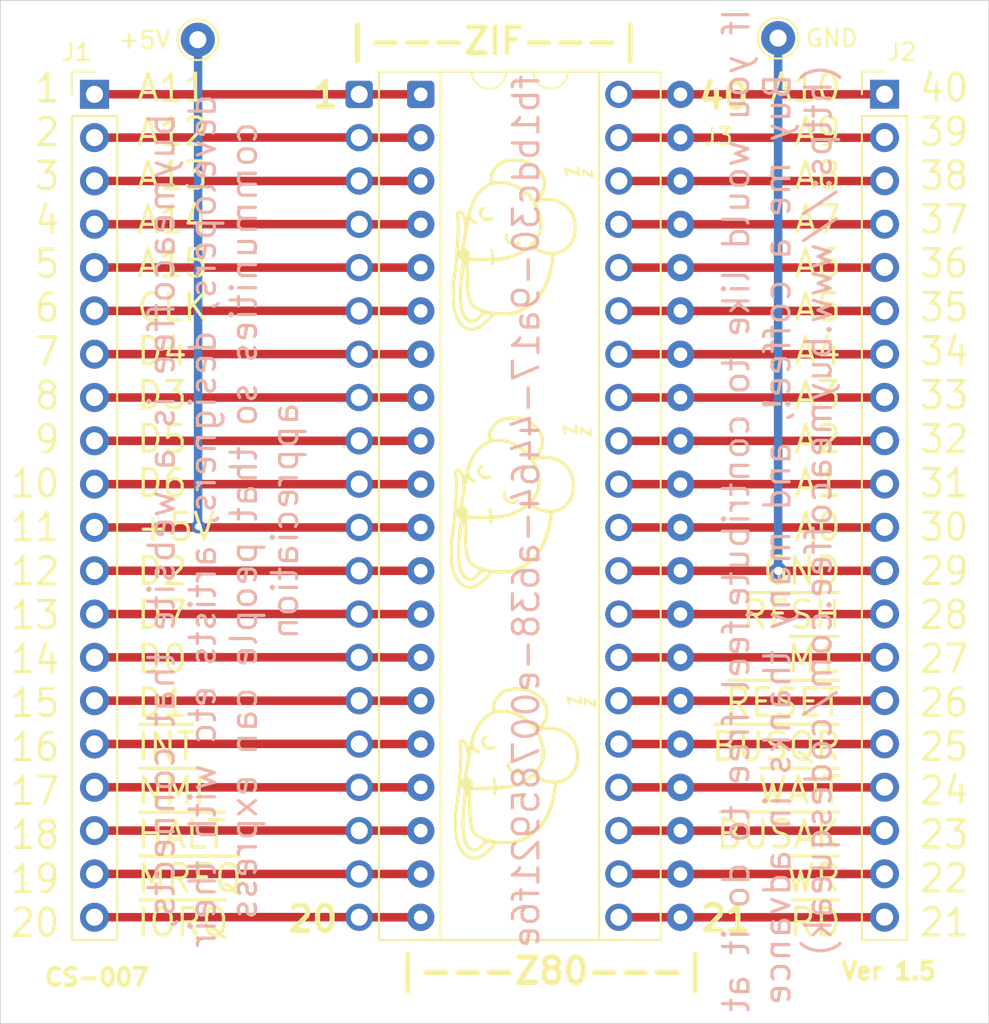
<source format=kicad_pcb>
(kicad_pcb (version 20241229) (generator "pcbnew") (generator_version "9.0")
  (title_block (title "Z80 Breakout Board - Kicad9") (date "2025-04-26") (rev "1.5"))
  (layers (0 "F.Cu" signal) (2 "B.Cu" signal) (13 "F.Paste" user) (15 "B.Paste" user) (5 "F.SilkS" user "F.Silkscreen") (7 "B.SilkS" user "B.Silkscreen") (1 "F.Mask" user) (3 "B.Mask" user) (25 "Edge.Cuts" user))
  (net 0 "")
  (net 1 "A11")
  (net 2 "A12")
  (net 3 "A13")
  (net 4 "A14")
  (net 5 "A15")
  (net 6 "~CLK")
  (net 7 "D4")
  (net 8 "VCC")
  (net 9 "GND")
  (net 10 "D3")
  (net 11 "D5")
  (net 12 "D6")
  (net 13 "D2")
  (net 14 "D7")
  (net 15 "D14")
  (net 16 "D15")
  (net 17 "~INT")
  (net 18 "~NMI")
  (net 19 "~HALT")
  (net 20 "~MREQ")
  (net 21 "~IORQ")
  (net 22 "A10")
  (net 23 "A9")
  (net 24 "A8")
  (net 25 "A7")
  (net 26 "A6")
  (net 27 "A5")
  (net 28 "A4")
  (net 29 "A3")
  (net 30 "A2")
  (net 31 "A1")
  (net 32 "A0")
  (net 33 "~RFSH")
  (net 34 "~M1")
  (net 35 "~RESET")
  (net 36 "~BUSRQ")
  (net 37 "~WAIT")
  (net 38 "~BUSACK")
  (net 39 "~WR")
  (net 40 "~RD")
  (footprint "Connector_PinHeader_2.54mm:PinHeader_1x20_P2.54mm_Vertical" (layer "F.Cu") (at 115.520933 56.50525)
    (property "Reference" "J1" (at -1.056969 -2.459594 0) (layer "F.SilkS"))
    (property "Value" "Pin1:20")
    (pad "1" thru_hole rect (at 0 0) (size 1.7 1.7) (drill 1) (layers "*.Cu" "*.Mask") (net 1 "A11"))
    (pad "2" thru_hole oval (at 0 2.54) (size 1.7 1.7) (drill 1) (layers "*.Cu" "*.Mask") (net 2 "A12"))
    (pad "3" thru_hole oval (at 0 5.08) (size 1.7 1.7) (drill 1) (layers "*.Cu" "*.Mask") (net 3 "A13"))
    (pad "4" thru_hole oval (at 0 7.62) (size 1.7 1.7) (drill 1) (layers "*.Cu" "*.Mask") (net 4 "A14"))
    (pad "5" thru_hole oval (at 0 10.16) (size 1.7 1.7) (drill 1) (layers "*.Cu" "*.Mask") (net 5 "A15"))
    (pad "6" thru_hole oval (at 0 12.7) (size 1.7 1.7) (drill 1) (layers "*.Cu" "*.Mask") (net 6 "~CLK"))
    (pad "7" thru_hole oval (at 0 15.24) (size 1.7 1.7) (drill 1) (layers "*.Cu" "*.Mask") (net 7 "D4"))
    (pad "8" thru_hole oval (at 0 17.78) (size 1.7 1.7) (drill 1) (layers "*.Cu" "*.Mask") (net 10 "D3"))
    (pad "9" thru_hole oval (at 0 20.32) (size 1.7 1.7) (drill 1) (layers "*.Cu" "*.Mask") (net 11 "D5"))
    (pad "10" thru_hole oval (at 0 22.86) (size 1.7 1.7) (drill 1) (layers "*.Cu" "*.Mask") (net 12 "D6"))
    (pad "11" thru_hole oval (at 0 25.4) (size 1.7 1.7) (drill 1) (layers "*.Cu" "*.Mask") (net 8 "VCC"))
    (pad "12" thru_hole oval (at 0 27.94) (size 1.7 1.7) (drill 1) (layers "*.Cu" "*.Mask") (net 13 "D2"))
    (pad "13" thru_hole oval (at 0 30.48) (size 1.7 1.7) (drill 1) (layers "*.Cu" "*.Mask") (net 14 "D7"))
    (pad "14" thru_hole oval (at 0 33.02) (size 1.7 1.7) (drill 1) (layers "*.Cu" "*.Mask") (net 15 "D14"))
    (pad "15" thru_hole oval (at 0 35.56) (size 1.7 1.7) (drill 1) (layers "*.Cu" "*.Mask") (net 16 "D15"))
    (pad "16" thru_hole oval (at 0 38.1) (size 1.7 1.7) (drill 1) (layers "*.Cu" "*.Mask") (net 17 "~INT"))
    (pad "17" thru_hole oval (at 0 40.64) (size 1.7 1.7) (drill 1) (layers "*.Cu" "*.Mask") (net 18 "~NMI"))
    (pad "18" thru_hole oval (at 0 43.18) (size 1.7 1.7) (drill 1) (layers "*.Cu" "*.Mask") (net 19 "~HALT"))
    (pad "19" thru_hole oval (at 0 45.72) (size 1.7 1.7) (drill 1) (layers "*.Cu" "*.Mask") (net 20 "~MREQ"))
    (pad "20" thru_hole oval (at 0 48.26) (size 1.7 1.7) (drill 1) (layers "*.Cu" "*.Mask") (net 21 "~IORQ"))
  )
  (footprint "Package_DIP:DIP-40_W15.24mm" (layer "F.Cu") (at 134.666902 56.509044)
    (property "Reference" "J3" (at 17.452685 2.475725 0) (layer "F.SilkS"))
    (property "Value" "Host Z80")
    (pad "1" thru_hole roundrect (at 0 0) (size 1.6 1.6) (drill 0.8) (layers "*.Cu" "*.Mask") (roundrect_rratio 0.15625) (net 1 "A11"))
    (pad "2" thru_hole circle (at 0 2.54) (size 1.6 1.6) (drill 0.8) (layers "*.Cu" "*.Mask") (net 2 "A12"))
    (pad "3" thru_hole circle (at 0 5.08) (size 1.6 1.6) (drill 0.8) (layers "*.Cu" "*.Mask") (net 3 "A13"))
    (pad "4" thru_hole circle (at 0 7.62) (size 1.6 1.6) (drill 0.8) (layers "*.Cu" "*.Mask") (net 4 "A14"))
    (pad "5" thru_hole circle (at 0 10.16) (size 1.6 1.6) (drill 0.8) (layers "*.Cu" "*.Mask") (net 5 "A15"))
    (pad "6" thru_hole circle (at 0 12.7) (size 1.6 1.6) (drill 0.8) (layers "*.Cu" "*.Mask") (net 6 "~CLK"))
    (pad "7" thru_hole circle (at 0 15.24) (size 1.6 1.6) (drill 0.8) (layers "*.Cu" "*.Mask") (net 7 "D4"))
    (pad "8" thru_hole circle (at 0 17.78) (size 1.6 1.6) (drill 0.8) (layers "*.Cu" "*.Mask") (net 10 "D3"))
    (pad "9" thru_hole circle (at 0 20.32) (size 1.6 1.6) (drill 0.8) (layers "*.Cu" "*.Mask") (net 11 "D5"))
    (pad "10" thru_hole circle (at 0 22.86) (size 1.6 1.6) (drill 0.8) (layers "*.Cu" "*.Mask") (net 12 "D6"))
    (pad "11" thru_hole circle (at 0 25.4) (size 1.6 1.6) (drill 0.8) (layers "*.Cu" "*.Mask") (net 8 "VCC"))
    (pad "12" thru_hole circle (at 0 27.94) (size 1.6 1.6) (drill 0.8) (layers "*.Cu" "*.Mask") (net 13 "D2"))
    (pad "13" thru_hole circle (at 0 30.48) (size 1.6 1.6) (drill 0.8) (layers "*.Cu" "*.Mask") (net 14 "D7"))
    (pad "14" thru_hole circle (at 0 33.02) (size 1.6 1.6) (drill 0.8) (layers "*.Cu" "*.Mask") (net 15 "D14"))
    (pad "15" thru_hole circle (at 0 35.56) (size 1.6 1.6) (drill 0.8) (layers "*.Cu" "*.Mask") (net 16 "D15"))
    (pad "16" thru_hole circle (at 0 38.1) (size 1.6 1.6) (drill 0.8) (layers "*.Cu" "*.Mask") (net 17 "~INT"))
    (pad "17" thru_hole circle (at 0 40.64) (size 1.6 1.6) (drill 0.8) (layers "*.Cu" "*.Mask") (net 18 "~NMI"))
    (pad "18" thru_hole circle (at 0 43.18) (size 1.6 1.6) (drill 0.8) (layers "*.Cu" "*.Mask") (net 19 "~HALT"))
    (pad "19" thru_hole circle (at 0 45.72) (size 1.6 1.6) (drill 0.8) (layers "*.Cu" "*.Mask") (net 20 "~MREQ"))
    (pad "20" thru_hole circle (at 0 48.26) (size 1.6 1.6) (drill 0.8) (layers "*.Cu" "*.Mask") (net 21 "~IORQ"))
    (pad "21" thru_hole circle (at 15.24 48.26) (size 1.6 1.6) (drill 0.8) (layers "*.Cu" "*.Mask") (net 40 "~RD"))
    (pad "22" thru_hole circle (at 15.24 45.72) (size 1.6 1.6) (drill 0.8) (layers "*.Cu" "*.Mask") (net 39 "~WR"))
    (pad "23" thru_hole circle (at 15.24 43.18) (size 1.6 1.6) (drill 0.8) (layers "*.Cu" "*.Mask") (net 38 "~BUSACK"))
    (pad "24" thru_hole circle (at 15.24 40.64) (size 1.6 1.6) (drill 0.8) (layers "*.Cu" "*.Mask") (net 37 "~WAIT"))
    (pad "25" thru_hole circle (at 15.24 38.1) (size 1.6 1.6) (drill 0.8) (layers "*.Cu" "*.Mask") (net 36 "~BUSRQ"))
    (pad "26" thru_hole circle (at 15.24 35.56) (size 1.6 1.6) (drill 0.8) (layers "*.Cu" "*.Mask") (net 35 "~RESET"))
    (pad "27" thru_hole circle (at 15.24 33.02) (size 1.6 1.6) (drill 0.8) (layers "*.Cu" "*.Mask") (net 34 "~M1"))
    (pad "28" thru_hole circle (at 15.24 30.48) (size 1.6 1.6) (drill 0.8) (layers "*.Cu" "*.Mask") (net 33 "~RFSH"))
    (pad "29" thru_hole circle (at 15.24 27.94) (size 1.6 1.6) (drill 0.8) (layers "*.Cu" "*.Mask") (net 9 "GND"))
    (pad "30" thru_hole circle (at 15.24 25.4) (size 1.6 1.6) (drill 0.8) (layers "*.Cu" "*.Mask") (net 32 "A0"))
    (pad "31" thru_hole circle (at 15.24 22.86) (size 1.6 1.6) (drill 0.8) (layers "*.Cu" "*.Mask") (net 31 "A1"))
    (pad "32" thru_hole circle (at 15.24 20.32) (size 1.6 1.6) (drill 0.8) (layers "*.Cu" "*.Mask") (net 30 "A2"))
    (pad "33" thru_hole circle (at 15.24 17.78) (size 1.6 1.6) (drill 0.8) (layers "*.Cu" "*.Mask") (net 29 "A3"))
    (pad "34" thru_hole circle (at 15.24 15.24) (size 1.6 1.6) (drill 0.8) (layers "*.Cu" "*.Mask") (net 28 "A4"))
    (pad "35" thru_hole circle (at 15.24 12.7) (size 1.6 1.6) (drill 0.8) (layers "*.Cu" "*.Mask") (net 27 "A5"))
    (pad "36" thru_hole circle (at 15.24 10.16) (size 1.6 1.6) (drill 0.8) (layers "*.Cu" "*.Mask") (net 26 "A6"))
    (pad "37" thru_hole circle (at 15.24 7.62) (size 1.6 1.6) (drill 0.8) (layers "*.Cu" "*.Mask") (net 25 "A7"))
    (pad "38" thru_hole circle (at 15.24 5.08) (size 1.6 1.6) (drill 0.8) (layers "*.Cu" "*.Mask") (net 24 "A8"))
    (pad "39" thru_hole circle (at 15.24 2.54) (size 1.6 1.6) (drill 0.8) (layers "*.Cu" "*.Mask") (net 23 "A9"))
    (pad "40" thru_hole circle (at 15.24 0) (size 1.6 1.6) (drill 0.8) (layers "*.Cu" "*.Mask") (net 22 "A10"))
  )
  (footprint "80bus:sleepymouse_very_very_small" (layer "F.Cu") (at 140.734198 96.369357 -90)
    (property "Reference" "G1" (hide yes))
    (property "Value" "LOGO" (hide yes))
  )
  (footprint "Connector_PinHeader_2.54mm:PinHeader_1x20_P2.54mm_Vertical" (layer "F.Cu") (at 161.88514 56.5)
    (property "Reference" "J2" (at 1.01877 -2.476107 0) (layer "F.SilkS"))
    (property "Value" "Pin21:40")
    (pad "1" thru_hole rect (at 0 0) (size 1.7 1.7) (drill 1) (layers "*.Cu" "*.Mask") (net 22 "A10"))
    (pad "2" thru_hole oval (at 0 2.54) (size 1.7 1.7) (drill 1) (layers "*.Cu" "*.Mask") (net 23 "A9"))
    (pad "3" thru_hole oval (at 0 5.08) (size 1.7 1.7) (drill 1) (layers "*.Cu" "*.Mask") (net 24 "A8"))
    (pad "4" thru_hole oval (at 0 7.62) (size 1.7 1.7) (drill 1) (layers "*.Cu" "*.Mask") (net 25 "A7"))
    (pad "5" thru_hole oval (at 0 10.16) (size 1.7 1.7) (drill 1) (layers "*.Cu" "*.Mask") (net 26 "A6"))
    (pad "6" thru_hole oval (at 0 12.7) (size 1.7 1.7) (drill 1) (layers "*.Cu" "*.Mask") (net 27 "A5"))
    (pad "7" thru_hole oval (at 0 15.24) (size 1.7 1.7) (drill 1) (layers "*.Cu" "*.Mask") (net 28 "A4"))
    (pad "8" thru_hole oval (at 0 17.78) (size 1.7 1.7) (drill 1) (layers "*.Cu" "*.Mask") (net 29 "A3"))
    (pad "9" thru_hole oval (at 0 20.32) (size 1.7 1.7) (drill 1) (layers "*.Cu" "*.Mask") (net 30 "A2"))
    (pad "10" thru_hole oval (at 0 22.86) (size 1.7 1.7) (drill 1) (layers "*.Cu" "*.Mask") (net 31 "A1"))
    (pad "11" thru_hole oval (at 0 25.4) (size 1.7 1.7) (drill 1) (layers "*.Cu" "*.Mask") (net 32 "A0"))
    (pad "12" thru_hole oval (at 0 27.94) (size 1.7 1.7) (drill 1) (layers "*.Cu" "*.Mask") (net 9 "GND"))
    (pad "13" thru_hole oval (at 0 30.48) (size 1.7 1.7) (drill 1) (layers "*.Cu" "*.Mask") (net 33 "~RFSH"))
    (pad "14" thru_hole oval (at 0 33.02) (size 1.7 1.7) (drill 1) (layers "*.Cu" "*.Mask") (net 34 "~M1"))
    (pad "15" thru_hole oval (at 0 35.56) (size 1.7 1.7) (drill 1) (layers "*.Cu" "*.Mask") (net 35 "~RESET"))
    (pad "16" thru_hole oval (at 0 38.1) (size 1.7 1.7) (drill 1) (layers "*.Cu" "*.Mask") (net 36 "~BUSRQ"))
    (pad "17" thru_hole oval (at 0 40.64) (size 1.7 1.7) (drill 1) (layers "*.Cu" "*.Mask") (net 37 "~WAIT"))
    (pad "18" thru_hole oval (at 0 43.18) (size 1.7 1.7) (drill 1) (layers "*.Cu" "*.Mask") (net 38 "~BUSACK"))
    (pad "19" thru_hole oval (at 0 45.72) (size 1.7 1.7) (drill 1) (layers "*.Cu" "*.Mask") (net 39 "~WR"))
    (pad "20" thru_hole oval (at 0 48.26) (size 1.7 1.7) (drill 1) (layers "*.Cu" "*.Mask") (net 40 "~RD"))
  )
  (footprint "TestPoint:TestPoint_THTPad_D2.0mm_Drill1.0mm" (layer "F.Cu") (at 121.582564 53.301674)
    (property "Reference" "TP2" (hide yes))
    (property "Value" "+5V" (at -3.137274 0.012226 0) (layer "F.SilkS"))
    (pad "1" thru_hole circle (at 0 0) (size 2 2) (drill 1) (layers "*.Cu" "*.Mask") (net 8 "VCC"))
  )
  (footprint "80bus:sleepymouse_very_very_small" (layer "F.Cu") (at 140.5903 65.359205 -90)
    (property "Reference" "G1" (hide yes))
    (property "Value" "LOGO" (hide yes))
  )
  (footprint "80bus:DIP-40_W15.24mm_ZIF" (layer "F.Cu") (at 131.053664 56.50794)
    (property "Reference" "U1" (hide yes))
    (property "Value" "Z80CPU")
    (pad "1" thru_hole roundrect (at 0 0) (size 1.6 1.6) (drill 1) (layers "*.Cu" "*.Mask") (roundrect_rratio 0.15625) (net 1 "A11"))
    (pad "2" thru_hole circle (at 0 2.54) (size 1.6 1.6) (drill 1) (layers "*.Cu" "*.Mask") (net 2 "A12"))
    (pad "3" thru_hole circle (at 0 5.08) (size 1.6 1.6) (drill 1) (layers "*.Cu" "*.Mask") (net 3 "A13"))
    (pad "4" thru_hole circle (at 0 7.62) (size 1.6 1.6) (drill 1) (layers "*.Cu" "*.Mask") (net 4 "A14"))
    (pad "5" thru_hole circle (at 0 10.16) (size 1.6 1.6) (drill 1) (layers "*.Cu" "*.Mask") (net 5 "A15"))
    (pad "6" thru_hole circle (at 0 12.7) (size 1.6 1.6) (drill 1) (layers "*.Cu" "*.Mask") (net 6 "~CLK"))
    (pad "7" thru_hole circle (at 0 15.24) (size 1.6 1.6) (drill 1) (layers "*.Cu" "*.Mask") (net 7 "D4"))
    (pad "8" thru_hole circle (at 0 17.78) (size 1.6 1.6) (drill 1) (layers "*.Cu" "*.Mask") (net 10 "D3"))
    (pad "9" thru_hole circle (at 0 20.32) (size 1.6 1.6) (drill 1) (layers "*.Cu" "*.Mask") (net 11 "D5"))
    (pad "10" thru_hole circle (at 0 22.86) (size 1.6 1.6) (drill 1) (layers "*.Cu" "*.Mask") (net 12 "D6"))
    (pad "11" thru_hole circle (at 0 25.4) (size 1.6 1.6) (drill 1) (layers "*.Cu" "*.Mask") (net 8 "VCC"))
    (pad "12" thru_hole circle (at 0 27.94) (size 1.6 1.6) (drill 1) (layers "*.Cu" "*.Mask") (net 13 "D2"))
    (pad "13" thru_hole circle (at 0 30.48) (size 1.6 1.6) (drill 1) (layers "*.Cu" "*.Mask") (net 14 "D7"))
    (pad "14" thru_hole circle (at 0 33.02) (size 1.6 1.6) (drill 1) (layers "*.Cu" "*.Mask") (net 15 "D14"))
    (pad "15" thru_hole circle (at 0 35.56) (size 1.6 1.6) (drill 1) (layers "*.Cu" "*.Mask") (net 16 "D15"))
    (pad "16" thru_hole circle (at 0 38.1) (size 1.6 1.6) (drill 1) (layers "*.Cu" "*.Mask") (net 17 "~INT"))
    (pad "17" thru_hole circle (at 0 40.64) (size 1.6 1.6) (drill 1) (layers "*.Cu" "*.Mask") (net 18 "~NMI"))
    (pad "18" thru_hole circle (at 0 43.18) (size 1.6 1.6) (drill 1) (layers "*.Cu" "*.Mask") (net 19 "~HALT"))
    (pad "19" thru_hole circle (at 0 45.72) (size 1.6 1.6) (drill 1) (layers "*.Cu" "*.Mask") (net 20 "~MREQ"))
    (pad "20" thru_hole circle (at 0 48.26) (size 1.6 1.6) (drill 1) (layers "*.Cu" "*.Mask") (net 21 "~IORQ"))
    (pad "21" thru_hole circle (at 15.24 48.26) (size 1.6 1.6) (drill 1) (layers "*.Cu" "*.Mask") (net 40 "~RD"))
    (pad "22" thru_hole circle (at 15.24 45.72) (size 1.6 1.6) (drill 1) (layers "*.Cu" "*.Mask") (net 39 "~WR"))
    (pad "23" thru_hole circle (at 15.24 43.18) (size 1.6 1.6) (drill 1) (layers "*.Cu" "*.Mask") (net 38 "~BUSACK"))
    (pad "24" thru_hole circle (at 15.24 40.64) (size 1.6 1.6) (drill 1) (layers "*.Cu" "*.Mask") (net 37 "~WAIT"))
    (pad "25" thru_hole circle (at 15.24 38.1) (size 1.6 1.6) (drill 1) (layers "*.Cu" "*.Mask") (net 36 "~BUSRQ"))
    (pad "26" thru_hole circle (at 15.24 35.56) (size 1.6 1.6) (drill 1) (layers "*.Cu" "*.Mask") (net 35 "~RESET"))
    (pad "27" thru_hole circle (at 15.24 33.02) (size 1.6 1.6) (drill 1) (layers "*.Cu" "*.Mask") (net 34 "~M1"))
    (pad "28" thru_hole circle (at 15.24 30.48) (size 1.6 1.6) (drill 1) (layers "*.Cu" "*.Mask") (net 33 "~RFSH"))
    (pad "29" thru_hole circle (at 15.24 27.94) (size 1.6 1.6) (drill 1) (layers "*.Cu" "*.Mask") (net 9 "GND"))
    (pad "30" thru_hole circle (at 15.24 25.4) (size 1.6 1.6) (drill 1) (layers "*.Cu" "*.Mask") (net 32 "A0"))
    (pad "31" thru_hole circle (at 15.24 22.86) (size 1.6 1.6) (drill 1) (layers "*.Cu" "*.Mask") (net 31 "A1"))
    (pad "32" thru_hole circle (at 15.24 20.32) (size 1.6 1.6) (drill 1) (layers "*.Cu" "*.Mask") (net 30 "A2"))
    (pad "33" thru_hole circle (at 15.24 17.78) (size 1.6 1.6) (drill 1) (layers "*.Cu" "*.Mask") (net 29 "A3"))
    (pad "34" thru_hole circle (at 15.24 15.24) (size 1.6 1.6) (drill 1) (layers "*.Cu" "*.Mask") (net 28 "A4"))
    (pad "35" thru_hole circle (at 15.24 12.7) (size 1.6 1.6) (drill 1) (layers "*.Cu" "*.Mask") (net 27 "A5"))
    (pad "36" thru_hole circle (at 15.24 10.16) (size 1.6 1.6) (drill 1) (layers "*.Cu" "*.Mask") (net 26 "A6"))
    (pad "37" thru_hole circle (at 15.24 7.62) (size 1.6 1.6) (drill 1) (layers "*.Cu" "*.Mask") (net 25 "A7"))
    (pad "38" thru_hole circle (at 15.24 5.08) (size 1.6 1.6) (drill 1) (layers "*.Cu" "*.Mask") (net 24 "A8"))
    (pad "39" thru_hole circle (at 15.24 2.54) (size 1.6 1.6) (drill 1) (layers "*.Cu" "*.Mask") (net 23 "A9"))
    (pad "40" thru_hole circle (at 15.24 0) (size 1.6 1.6) (drill 1) (layers "*.Cu" "*.Mask") (net 22 "A10"))
  )
  (footprint "80bus:sleepymouse_very_very_small" (layer "F.Cu") (at 140.481043 80.489878 -90)
    (property "Reference" "G1" (hide yes))
    (property "Value" "LOGO" (hide yes))
  )
  (footprint "TestPoint:TestPoint_THTPad_D2.0mm_Drill1.0mm" (layer "F.Cu") (at 155.638719 53.209776)
    (property "Reference" "TP1" (hide yes))
    (property "Value" "GND" (at 3.152073 0.018148 0) (layer "F.SilkS"))
    (pad "1" thru_hole circle (at 0 0) (size 2 2) (drill 1) (layers "*.Cu" "*.Mask") (net 9 "GND"))
  )
  (gr_line (start 110 111) (end 110 51) (stroke (width 0.05)) (layer "Edge.Cuts"))
  (gr_line (start 110 51) (end 168 51) (stroke (width 0.05)) (layer "Edge.Cuts"))
  (gr_line (start 168 51) (end 168 111) (stroke (width 0.05)) (layer "Edge.Cuts"))
  (gr_line (start 110 111) (end 168 111) (stroke (width 0.05)) (layer "Edge.Cuts"))
  (gr_text "21" (at 150.940065 105.710327 0) (layer "F.SilkS") (effects (font (size 1.5 1.5) (thickness 0.3) (bold yes)) (justify left bottom)))
  (gr_text "A10\nA9\nA8\nA7\nA6\nA5\nA4\nA3\nA2\nA1\nA0\nGND\n~{RFSH}\n~{M1}\n~{RESET}\n~{BUSQR}\n~{WAIT}\n~{BUSAK}\n~{WR}\n~{RD}" (at 159.443095 106 0) (layer "F.SilkS") (effects (font (size 1.6 1.5) (thickness 0.1875)) (justify right bottom)))
  (gr_text "|---ZIF---|" (at 130.037814 54.260339 0) (layer "F.SilkS") (effects (font (size 1.5 1.5) (thickness 0.3) (bold yes)) (justify left bottom)))
  (gr_text "1\n2\n3\n4\n5\n6\n7\n8\n9\n10\n11\n12\n13\n14\n15\n16\n17\n18\n19\n20" (at 113.573681 106.023497 0) (layer "F.SilkS") (effects (font (size 1.6 1.5) (thickness 0.1875)) (justify right bottom)))
  (gr_text "Ver 1.5" (at 162.131413 107.926945 0) (layer "F.SilkS") (effects (font (size 1 1) (thickness 0.25))))
  (gr_text "20" (at 126.696668 105.750562 0) (layer "F.SilkS") (effects (font (size 1.5 1.5) (thickness 0.3) (bold yes)) (justify left bottom)))
  (gr_text "40" (at 150.819376 57.486409 0) (layer "F.SilkS") (effects (font (size 1.5 1.5) (thickness 0.3) (bold yes)) (justify left bottom)))
  (gr_text "CS-007" (at 115.65216 108.286691 0) (layer "F.SilkS") (effects (font (size 1 1) (thickness 0.25))))
  (gr_text "40\n39\n38\n37\n36\n35\n34\n33\n32\n31\n30\n29\n28\n27\n26\n25\n24\n23\n22\n21" (at 163.825929 106.005235 0) (layer "F.SilkS") (effects (font (size 1.6 1.5) (thickness 0.1875)) (justify left bottom)))
  (gr_text "|---Z80---|" (at 133.002725 108.785923 0) (layer "F.SilkS") (effects (font (size 1.5 1.5) (thickness 0.3) (bold yes)) (justify left bottom)))
  (gr_text "1" (at 128.161255 57.407311 0) (layer "F.SilkS") (effects (font (size 1.5 1.5) (thickness 0.3) (bold yes)) (justify left bottom)))
  (gr_text "A11\nA12\nA13\nA14\nA15\nCLK\nD4\nD3\nD5\nD6\n+5V\nD2\nD7\nD0\nD1\n~{INT}\n~{NMI}\n~{HALT}\n~{MREQ}\n~{IORQ}" (at 117.899463 106.00525 0) (layer "F.SilkS") (effects (font (size 1.6 1.5) (thickness 0.1875)) (justify left bottom)))
  (gr_text "fb1bdc30-9a17-4464-a638-e00785921f6e" (at 141.734906 55.237206 90) (layer "B.SilkS") (effects (font (size 1.5 1.5) (thickness 0.1875)) (justify left bottom mirror)))
  (gr_text "buymeacoffee is a website that connects,\ndevelopers, designers, artists etc with their\ncommunities so that people can express\nappreciation\n" (at 127.578422 81.527761 90) (layer "B.SilkS") (effects (font (size 1.5 1.5) (thickness 0.1875)) (justify bottom mirror)))
  (gr_text "If you would like to contribute,feel free to do it at\n   Buy me a coffee!, and many thanks in advance\n(https://www.buymeacoffee.com/codesqueak)" (at 158.88837 80.907067 90) (layer "B.SilkS") (effects (font (size 1.5 1.5) (thickness 0.1875)) (justify bottom mirror)))
  (segment (start 131.053664 56.50794) (end 134.665798 56.50794) (width 0.5) (layer "F.Cu") (net 1))
  (segment (start 131.053664 56.50794) (end 119.195425 56.50794) (width 0.5) (layer "F.Cu") (net 1))
  (segment (start 119.192735 56.50525) (end 115.520933 56.50525) (width 0.5) (layer "F.Cu") (net 1))
  (segment (start 119.195425 56.50794) (end 119.192735 56.50525) (width 0.5) (layer "F.Cu") (net 1))
  (segment (start 131.053664 59.04794) (end 134.665798 59.04794) (width 0.5) (layer "F.Cu") (net 2))
  (segment (start 119.182235 59.04525) (end 115.520933 59.04525) (width 0.5) (layer "F.Cu") (net 2))
  (segment (start 119.187485 59.04) (end 119.182235 59.04525) (width 0.5) (layer "F.Cu") (net 2))
  (segment (start 119.187485 59.04) (end 131.045724 59.04) (width 0.5) (layer "F.Cu") (net 2))
  (segment (start 119.192735 61.58525) (end 115.520933 61.58525) (width 0.5) (layer "F.Cu") (net 3))
  (segment (start 131.053664 61.58794) (end 119.195425 61.58794) (width 0.5) (layer "F.Cu") (net 3))
  (segment (start 119.195425 61.58794) (end 119.192735 61.58525) (width 0.5) (layer "F.Cu") (net 3))
  (segment (start 131.053664 61.58794) (end 134.665798 61.58794) (width 0.5) (layer "F.Cu") (net 3))
  (segment (start 119.187485 64.12) (end 131.045724 64.12) (width 0.5) (layer "F.Cu") (net 4))
  (segment (start 119.187485 64.12) (end 119.182235 64.12525) (width 0.5) (layer "F.Cu") (net 4))
  (segment (start 131.053664 64.12794) (end 134.665798 64.12794) (width 0.5) (layer "F.Cu") (net 4))
  (segment (start 119.182235 64.12525) (end 115.520933 64.12525) (width 0.5) (layer "F.Cu") (net 4))
  (segment (start 131.053664 66.66794) (end 119.195425 66.66794) (width 0.5) (layer "F.Cu") (net 5))
  (segment (start 131.053664 66.66794) (end 134.665798 66.66794) (width 0.5) (layer "F.Cu") (net 5))
  (segment (start 119.195425 66.66794) (end 119.192735 66.66525) (width 0.5) (layer "F.Cu") (net 5))
  (segment (start 119.192735 66.66525) (end 115.520933 66.66525) (width 0.5) (layer "F.Cu") (net 5))
  (segment (start 119.187485 69.2) (end 131.045724 69.2) (width 0.5) (layer "F.Cu") (net 6))
  (segment (start 119.187485 69.2) (end 119.182235 69.20525) (width 0.5) (layer "F.Cu") (net 6))
  (segment (start 119.182235 69.20525) (end 115.520933 69.20525) (width 0.5) (layer "F.Cu") (net 6))
  (segment (start 131.053664 69.20794) (end 134.665798 69.20794) (width 0.5) (layer "F.Cu") (net 6))
  (segment (start 119.187485 71.74) (end 131.045724 71.74) (width 0.5) (layer "F.Cu") (net 7))
  (segment (start 119.187485 71.74) (end 119.182235 71.74525) (width 0.5) (layer "F.Cu") (net 7))
  (segment (start 131.053664 71.74794) (end 134.665798 71.74794) (width 0.5) (layer "F.Cu") (net 7))
  (segment (start 119.182235 71.74525) (end 115.520933 71.74525) (width 0.5) (layer "F.Cu") (net 7))
  (segment (start 131.053664 81.90794) (end 134.665798 81.90794) (width 0.5) (layer "F.Cu") (net 8))
  (segment (start 131.053664 81.90794) (end 115.523623 81.90794) (width 0.5) (layer "F.Cu") (net 8))
  (via (at 121.611278 81.856333) (size 0.8) (drill 0.4) (layers "F.Cu" "B.Cu") (net 8))
  (segment (start 121.600258 81.845313) (end 121.611278 81.856333) (width 0.25) (layer "B.Cu") (net 8))
  (segment (start 121.600258 53.839135) (end 121.600258 81.845313) (width 0.5) (layer "B.Cu") (net 8))
  (segment (start 146.293664 84.44794) (end 149.905798 84.44794) (width 0.5) (layer "F.Cu") (net 9))
  (segment (start 149.906902 84.449044) (end 161.876096 84.449044) (width 0.5) (layer "F.Cu") (net 9))
  (via (at 155.6529 84.451674) (size 1) (drill 0.5) (layers "F.Cu" "B.Cu") (net 9))
  (segment (start 155.638719 53.209776) (end 155.638719 84.437493) (width 0.5) (layer "B.Cu") (net 9))
  (segment (start 155.638719 84.437493) (end 155.6529 84.451674) (width 0.5) (layer "B.Cu") (net 9))
  (segment (start 131.053664 74.28794) (end 115.523623 74.28794) (width 0.5) (layer "F.Cu") (net 10))
  (segment (start 131.053664 74.28794) (end 134.665798 74.28794) (width 0.5) (layer "F.Cu") (net 10))
  (segment (start 131.053664 76.82794) (end 134.665798 76.82794) (width 0.5) (layer "F.Cu") (net 11))
  (segment (start 115.520933 76.82525) (end 131.050974 76.82525) (width 0.5) (layer "F.Cu") (net 11))
  (segment (start 131.053664 79.36794) (end 134.665798 79.36794) (width 0.5) (layer "F.Cu") (net 12))
  (segment (start 131.053664 79.36794) (end 115.523623 79.36794) (width 0.5) (layer "F.Cu") (net 12))
  (segment (start 131.053664 84.44794) (end 134.665798 84.44794) (width 0.5) (layer "F.Cu") (net 13))
  (segment (start 119.195425 84.44794) (end 119.192735 84.44525) (width 0.5) (layer "F.Cu") (net 13))
  (segment (start 119.192735 84.44525) (end 115.520933 84.44525) (width 0.5) (layer "F.Cu") (net 13))
  (segment (start 131.053664 84.44794) (end 119.195425 84.44794) (width 0.5) (layer "F.Cu") (net 13))
  (segment (start 131.053664 86.98794) (end 134.665798 86.98794) (width 0.5) (layer "F.Cu") (net 14))
  (segment (start 119.187485 86.98) (end 131.045724 86.98) (width 0.5) (layer "F.Cu") (net 14))
  (segment (start 119.182235 86.98525) (end 115.520933 86.98525) (width 0.5) (layer "F.Cu") (net 14))
  (segment (start 119.187485 86.98) (end 119.182235 86.98525) (width 0.5) (layer "F.Cu") (net 14))
  (segment (start 119.281135 89.52) (end 131.045724 89.52) (width 0.5) (layer "F.Cu") (net 15))
  (segment (start 131.053664 89.52794) (end 134.665798 89.52794) (width 0.5) (layer "F.Cu") (net 15))
  (segment (start 119.281135 89.52) (end 119.275885 89.52525) (width 0.5) (layer "F.Cu") (net 15))
  (segment (start 119.275885 89.52525) (end 115.520933 89.52525) (width 0.5) (layer "F.Cu") (net 15))
  (segment (start 131.053664 92.06794) (end 119.195425 92.06794) (width 0.5) (layer "F.Cu") (net 16))
  (segment (start 119.192735 92.06525) (end 115.520933 92.06525) (width 0.5) (layer "F.Cu") (net 16))
  (segment (start 119.195425 92.06794) (end 119.192735 92.06525) (width 0.5) (layer "F.Cu") (net 16))
  (segment (start 131.053664 92.06794) (end 134.665798 92.06794) (width 0.5) (layer "F.Cu") (net 16))
  (segment (start 131.053664 94.60794) (end 134.665798 94.60794) (width 0.5) (layer "F.Cu") (net 17))
  (segment (start 119.187485 94.6) (end 131.045724 94.6) (width 0.5) (layer "F.Cu") (net 17))
  (segment (start 119.182235 94.60525) (end 115.520933 94.60525) (width 0.5) (layer "F.Cu") (net 17))
  (segment (start 119.187485 94.6) (end 119.182235 94.60525) (width 0.5) (layer "F.Cu") (net 17))
  (segment (start 119.192735 97.14525) (end 115.520933 97.14525) (width 0.5) (layer "F.Cu") (net 18))
  (segment (start 131.053664 97.14794) (end 134.665798 97.14794) (width 0.5) (layer "F.Cu") (net 18))
  (segment (start 131.053664 97.14794) (end 119.195425 97.14794) (width 0.5) (layer "F.Cu") (net 18))
  (segment (start 119.195425 97.14794) (end 119.192735 97.14525) (width 0.5) (layer "F.Cu") (net 18))
  (segment (start 119.182235 99.68525) (end 115.520933 99.68525) (width 0.5) (layer "F.Cu") (net 19))
  (segment (start 131.053664 99.68794) (end 134.665798 99.68794) (width 0.5) (layer "F.Cu") (net 19))
  (segment (start 119.187485 99.68) (end 131.045724 99.68) (width 0.5) (layer "F.Cu") (net 19))
  (segment (start 119.187485 99.68) (end 119.182235 99.68525) (width 0.5) (layer "F.Cu") (net 19))
  (segment (start 119.195425 102.22794) (end 119.192735 102.22525) (width 0.5) (layer "F.Cu") (net 20))
  (segment (start 131.053664 102.22794) (end 119.195425 102.22794) (width 0.5) (layer "F.Cu") (net 20))
  (segment (start 119.192735 102.22525) (end 115.520933 102.22525) (width 0.5) (layer "F.Cu") (net 20))
  (segment (start 131.053664 102.22794) (end 134.665798 102.22794) (width 0.5) (layer "F.Cu") (net 20))
  (segment (start 119.187485 104.76) (end 119.182235 104.76525) (width 0.5) (layer "F.Cu") (net 21))
  (segment (start 119.182235 104.76525) (end 115.520933 104.76525) (width 0.5) (layer "F.Cu") (net 21))
  (segment (start 131.053664 104.76794) (end 134.665798 104.76794) (width 0.5) (layer "F.Cu") (net 21))
  (segment (start 119.187485 104.76) (end 131.045724 104.76) (width 0.5) (layer "F.Cu") (net 21))
  (segment (start 149.906902 56.509044) (end 161.88514 56.509044) (width 0.5) (layer "F.Cu") (net 22))
  (segment (start 146.293664 56.50794) (end 149.905798 56.50794) (width 0.5) (layer "F.Cu") (net 22))
  (segment (start 146.293664 59.04794) (end 149.905798 59.04794) (width 0.5) (layer "F.Cu") (net 23))
  (segment (start 149.906902 59.049044) (end 161.88514 59.049044) (width 0.5) (layer "F.Cu") (net 23))
  (segment (start 149.906902 61.589044) (end 161.88514 61.589044) (width 0.5) (layer "F.Cu") (net 24))
  (segment (start 146.293664 61.58794) (end 149.905798 61.58794) (width 0.5) (layer "F.Cu") (net 24))
  (segment (start 149.906902 64.129044) (end 161.88514 64.129044) (width 0.5) (layer "F.Cu") (net 25))
  (segment (start 146.293664 64.12794) (end 149.905798 64.12794) (width 0.5) (layer "F.Cu") (net 25))
  (segment (start 146.293664 66.66794) (end 149.905798 66.66794) (width 0.5) (layer "F.Cu") (net 26))
  (segment (start 149.906902 66.669044) (end 161.88514 66.669044) (width 0.5) (layer "F.Cu") (net 26))
  (segment (start 146.293664 69.20794) (end 149.905798 69.20794) (width 0.5) (layer "F.Cu") (net 27))
  (segment (start 149.906902 69.209044) (end 161.88514 69.209044) (width 0.5) (layer "F.Cu") (net 27))
  (segment (start 146.293664 71.74794) (end 149.905798 71.74794) (width 0.5) (layer "F.Cu") (net 28))
  (segment (start 149.906902 71.749044) (end 161.88514 71.749044) (width 0.5) (layer "F.Cu") (net 28))
  (segment (start 146.293664 74.28794) (end 149.905798 74.28794) (width 0.5) (layer "F.Cu") (net 29))
  (segment (start 149.906902 74.289044) (end 161.88514 74.289044) (width 0.5) (layer "F.Cu") (net 29))
  (segment (start 146.293664 76.82794) (end 149.905798 76.82794) (width 0.5) (layer "F.Cu") (net 30))
  (segment (start 149.906902 76.829044) (end 161.88514 76.829044) (width 0.5) (layer "F.Cu") (net 30))
  (segment (start 146.293664 79.36794) (end 149.905798 79.36794) (width 0.5) (layer "F.Cu") (net 31))
  (segment (start 149.906902 79.369044) (end 161.88514 79.369044) (width 0.5) (layer "F.Cu") (net 31))
  (segment (start 149.906902 81.909044) (end 161.88514 81.909044) (width 0.5) (layer "F.Cu") (net 32))
  (segment (start 146.293664 81.90794) (end 149.905798 81.90794) (width 0.5) (layer "F.Cu") (net 32))
  (segment (start 146.293664 86.98794) (end 149.905798 86.98794) (width 0.5) (layer "F.Cu") (net 33))
  (segment (start 149.906902 86.989044) (end 161.88514 86.989044) (width 0.5) (layer "F.Cu") (net 33))
  (segment (start 146.293664 89.52794) (end 149.905798 89.52794) (width 0.5) (layer "F.Cu") (net 34))
  (segment (start 149.906902 89.529044) (end 161.88514 89.529044) (width 0.5) (layer "F.Cu") (net 34))
  (segment (start 146.293664 92.06794) (end 149.905798 92.06794) (width 0.5) (layer "F.Cu") (net 35))
  (segment (start 149.906902 92.069044) (end 161.88514 92.069044) (width 0.5) (layer "F.Cu") (net 35))
  (segment (start 149.906902 94.609044) (end 161.88514 94.609044) (width 0.5) (layer "F.Cu") (net 36))
  (segment (start 146.293664 94.60794) (end 149.905798 94.60794) (width 0.5) (layer "F.Cu") (net 36))
  (segment (start 149.906902 97.149044) (end 161.88514 97.149044) (width 0.5) (layer "F.Cu") (net 37))
  (segment (start 146.293664 97.14794) (end 149.905798 97.14794) (width 0.5) (layer "F.Cu") (net 37))
  (segment (start 146.293664 99.68794) (end 149.905798 99.68794) (width 0.5) (layer "F.Cu") (net 38))
  (segment (start 149.906902 99.689044) (end 161.88514 99.689044) (width 0.5) (layer "F.Cu") (net 38))
  (segment (start 146.293664 102.22794) (end 149.905798 102.22794) (width 0.5) (layer "F.Cu") (net 39))
  (segment (start 149.906902 102.229044) (end 161.88514 102.229044) (width 0.5) (layer "F.Cu") (net 39))
  (segment (start 149.906902 104.769044) (end 161.88514 104.769044) (width 0.5) (layer "F.Cu") (net 40))
  (segment (start 146.293664 104.76794) (end 149.905798 104.76794) (width 0.5) (layer "F.Cu") (net 40))
)
</source>
